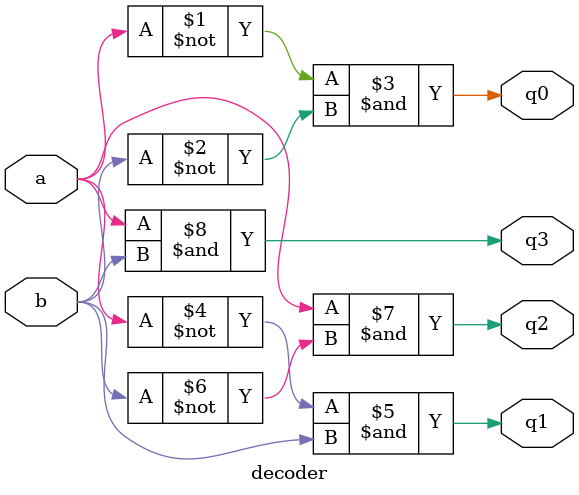
<source format=v>
`timescale 1ns / 1ps


module decoder(
    input a,b,
    output q0,q1,q2,q3
    );
    assign q0=~a&~b;
    assign q1=~a&b;
    assign q2=a&~b;
    assign q3=a&b;
endmodule

</source>
